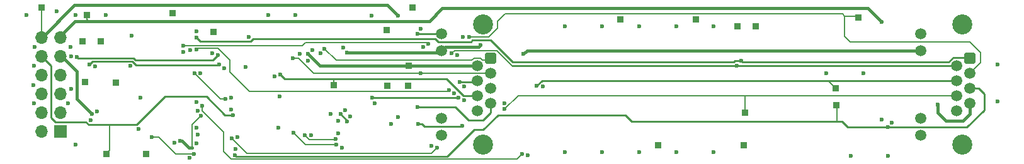
<source format=gbr>
%TF.GenerationSoftware,KiCad,Pcbnew,8.0.1*%
%TF.CreationDate,2024-07-22T07:52:40-07:00*%
%TF.ProjectId,PMOD_differential_driver,504d4f44-5f64-4696-9666-6572656e7469,1*%
%TF.SameCoordinates,Original*%
%TF.FileFunction,Copper,L4,Bot*%
%TF.FilePolarity,Positive*%
%FSLAX46Y46*%
G04 Gerber Fmt 4.6, Leading zero omitted, Abs format (unit mm)*
G04 Created by KiCad (PCBNEW 8.0.1) date 2024-07-22 07:52:40*
%MOMM*%
%LPD*%
G01*
G04 APERTURE LIST*
G04 Aperture macros list*
%AMRoundRect*
0 Rectangle with rounded corners*
0 $1 Rounding radius*
0 $2 $3 $4 $5 $6 $7 $8 $9 X,Y pos of 4 corners*
0 Add a 4 corners polygon primitive as box body*
4,1,4,$2,$3,$4,$5,$6,$7,$8,$9,$2,$3,0*
0 Add four circle primitives for the rounded corners*
1,1,$1+$1,$2,$3*
1,1,$1+$1,$4,$5*
1,1,$1+$1,$6,$7*
1,1,$1+$1,$8,$9*
0 Add four rect primitives between the rounded corners*
20,1,$1+$1,$2,$3,$4,$5,0*
20,1,$1+$1,$4,$5,$6,$7,0*
20,1,$1+$1,$6,$7,$8,$9,0*
20,1,$1+$1,$8,$9,$2,$3,0*%
G04 Aperture macros list end*
%TA.AperFunction,ComponentPad*%
%ADD10R,0.850000X0.850000*%
%TD*%
%TA.AperFunction,ComponentPad*%
%ADD11RoundRect,0.250000X0.500000X-0.500000X0.500000X0.500000X-0.500000X0.500000X-0.500000X-0.500000X0*%
%TD*%
%TA.AperFunction,ComponentPad*%
%ADD12C,1.500000*%
%TD*%
%TA.AperFunction,ComponentPad*%
%ADD13C,2.700000*%
%TD*%
%TA.AperFunction,ComponentPad*%
%ADD14R,1.700000X1.700000*%
%TD*%
%TA.AperFunction,ComponentPad*%
%ADD15O,1.700000X1.700000*%
%TD*%
%TA.AperFunction,ViaPad*%
%ADD16C,0.600000*%
%TD*%
%TA.AperFunction,Conductor*%
%ADD17C,0.254000*%
%TD*%
%TA.AperFunction,Conductor*%
%ADD18C,0.127000*%
%TD*%
%TA.AperFunction,Conductor*%
%ADD19C,0.400000*%
%TD*%
G04 APERTURE END LIST*
D10*
%TO.P,TP19,1,1*%
%TO.N,/SPI2_SDI*%
X128117600Y-62738000D03*
%TD*%
%TO.P,TP13,1,1*%
%TO.N,/SPI1_~{CS}*%
X120142000Y-58166000D03*
%TD*%
%TO.P,TP15,1,1*%
%TO.N,/SPI1_SDI*%
X143256000Y-61468000D03*
%TD*%
%TO.P,TP10,1,1*%
%TO.N,/SPI2_SCK_1*%
X226923600Y-69088000D03*
%TD*%
%TO.P,TP26,1,1*%
%TO.N,GND*%
X208076800Y-59791600D03*
%TD*%
%TO.P,TP17,1,1*%
%TO.N,/SPI2_~{CS}*%
X126238000Y-59182000D03*
%TD*%
%TO.P,TP25,1,1*%
%TO.N,GND*%
X214553800Y-76784200D03*
%TD*%
%TO.P,TP1,1,1*%
%TO.N,/SPI1_SDI_A*%
X166497000Y-61188600D03*
%TD*%
D11*
%TO.P,J2,1*%
%TO.N,/SPI1_SDI_A*%
X180469933Y-65009998D03*
D12*
%TO.P,J2,2*%
%TO.N,/SPI1_SDI_B*%
X178689933Y-66029998D03*
%TO.P,J2,3*%
%TO.N,/SPI1_SDO_Z*%
X180469933Y-67049998D03*
%TO.P,J2,4*%
%TO.N,/SPI1_SCK_1*%
X178689933Y-68069998D03*
%TO.P,J2,5*%
%TO.N,/SPI1_SCK_2*%
X180469933Y-69089998D03*
%TO.P,J2,6*%
%TO.N,/SPI1_SDO_Y*%
X178689933Y-70109998D03*
%TO.P,J2,7*%
%TO.N,Net-(J2-Pad7)*%
X180469933Y-71129998D03*
%TO.P,J2,8*%
%TO.N,Net-(J2-Pad8)*%
X178689933Y-72149998D03*
%TO.P,J2,9*%
%TO.N,Net-(J2-Pad9)*%
X173869933Y-61719998D03*
%TO.P,J2,10*%
%TO.N,+3V3*%
X173869933Y-64009998D03*
%TO.P,J2,11*%
%TO.N,GND*%
X173869933Y-73149998D03*
%TO.P,J2,12*%
%TO.N,Net-(J2-Pad12)*%
X173869933Y-75439998D03*
D13*
%TO.P,J2,SH*%
%TO.N,GND*%
X179449933Y-60449998D03*
X179449933Y-76709998D03*
%TD*%
D10*
%TO.P,TP4,1,1*%
%TO.N,/SPI1_SCK_1*%
X166598600Y-68732400D03*
%TD*%
%TO.P,TP3,1,1*%
%TO.N,/SPI1_SDO_Z*%
X169392600Y-68757800D03*
%TD*%
%TO.P,TP18,1,1*%
%TO.N,/SPI2_SCK*%
X125653800Y-62738000D03*
%TD*%
%TO.P,TP24,1,1*%
%TO.N,GND*%
X202971400Y-76784200D03*
%TD*%
%TO.P,TP5,1,1*%
%TO.N,/SPI1_SCK_2*%
X197967600Y-59791600D03*
%TD*%
%TO.P,TP12,1,1*%
%TO.N,/SPI2_SDO_Y*%
X214655400Y-72415400D03*
%TD*%
%TO.P,TP9,1,1*%
%TO.N,/SPI2_SDO_Z*%
X229895400Y-59563000D03*
%TD*%
D14*
%TO.P,J1,1,Pin_1*%
%TO.N,+3V3*%
X122632600Y-74930000D03*
D15*
%TO.P,J1,2,Pin_2*%
%TO.N,GND*%
X122632600Y-72390000D03*
%TO.P,J1,3,Pin_3*%
%TO.N,/SPI2_SDO*%
X122632600Y-69850000D03*
%TO.P,J1,4,Pin_4*%
%TO.N,/SPI2_SDI*%
X122632600Y-67310000D03*
%TO.P,J1,5,Pin_5*%
%TO.N,/SPI2_SCK*%
X122632600Y-64770000D03*
%TO.P,J1,6,Pin_6*%
%TO.N,/SPI2_~{CS}*%
X122632600Y-62230000D03*
%TO.P,J1,7,Pin_7*%
%TO.N,+3V3*%
X120092600Y-74930000D03*
%TO.P,J1,8,Pin_8*%
%TO.N,GND*%
X120092600Y-72390000D03*
%TO.P,J1,9,Pin_9*%
%TO.N,/SPI1_SDO*%
X120092600Y-69850000D03*
%TO.P,J1,10,Pin_10*%
%TO.N,/SPI1_SDI*%
X120092600Y-67310000D03*
%TO.P,J1,11,Pin_11*%
%TO.N,/SPI1_SCK*%
X120092600Y-64770000D03*
%TO.P,J1,12,Pin_12*%
%TO.N,/SPI1_~{CS}*%
X120092600Y-62230000D03*
%TD*%
D10*
%TO.P,TP2,1,1*%
%TO.N,/SPI1_SDI_B*%
X169443400Y-66065400D03*
%TD*%
%TO.P,TP21,1,1*%
%TO.N,GND*%
X137693400Y-58928000D03*
%TD*%
%TO.P,TP7,1,1*%
%TO.N,/SPI2_SDI_A*%
X216154000Y-60731400D03*
%TD*%
%TO.P,TP14,1,1*%
%TO.N,/SPI1_SCK*%
X128803400Y-78003400D03*
%TD*%
%TO.P,TP6,1,1*%
%TO.N,/SPI1_SDO_Y*%
X159435800Y-68707000D03*
%TD*%
%TO.P,TP23,1,1*%
%TO.N,GND*%
X169951400Y-58191400D03*
%TD*%
%TO.P,TP8,1,1*%
%TO.N,/SPI2_SDI_B*%
X213639400Y-60731400D03*
%TD*%
%TO.P,TP16,1,1*%
%TO.N,/SPI1_SDO*%
X125933200Y-68275200D03*
%TD*%
D11*
%TO.P,J3,1*%
%TO.N,/SPI2_SDI_A*%
X244916000Y-65009997D03*
D12*
%TO.P,J3,2*%
%TO.N,/SPI2_SDI_B*%
X243136000Y-66029997D03*
%TO.P,J3,3*%
%TO.N,/SPI2_SDO_Z*%
X244916000Y-67049997D03*
%TO.P,J3,4*%
%TO.N,/SPI2_SCK_1*%
X243136000Y-68069997D03*
%TO.P,J3,5*%
%TO.N,/SPI2_SCK_2*%
X244916000Y-69089997D03*
%TO.P,J3,6*%
%TO.N,/SPI2_SDO_Y*%
X243136000Y-70109998D03*
%TO.P,J3,7*%
%TO.N,Net-(J3-Pad7)*%
X244916000Y-71129998D03*
%TO.P,J3,8*%
%TO.N,Net-(J3-Pad8)*%
X243136000Y-72149996D03*
%TO.P,J3,9*%
%TO.N,Net-(J3-Pad9)*%
X238316000Y-61719997D03*
%TO.P,J3,10*%
%TO.N,+3V3*%
X238316000Y-64009997D03*
%TO.P,J3,11*%
%TO.N,GND*%
X238316000Y-73149997D03*
%TO.P,J3,12*%
%TO.N,Net-(J3-Pad12)*%
X238316000Y-75439997D03*
D13*
%TO.P,J3,SH*%
%TO.N,GND*%
X243896000Y-60449997D03*
X243896000Y-76709997D03*
%TD*%
D10*
%TO.P,TP22,1,1*%
%TO.N,GND*%
X134188200Y-77978000D03*
%TD*%
%TO.P,TP20,1,1*%
%TO.N,/SPI2_SDO*%
X130149600Y-68300600D03*
%TD*%
%TO.P,TP11,1,1*%
%TO.N,/SPI2_SCK_2*%
X226949000Y-71374000D03*
%TD*%
D16*
%TO.N,/SPI1_SCK*%
X145897600Y-72745600D03*
%TO.N,+3V3*%
X161163000Y-64262000D03*
X179095400Y-63238000D03*
X184912000Y-64473200D03*
%TO.N,/SPI2_SCK*%
X126873000Y-72593200D03*
%TO.N,Net-(J2-Pad7)*%
X170662600Y-71653400D03*
%TO.N,/SPI1_SDO_Z*%
X153924000Y-64998600D03*
X171094400Y-67049998D03*
%TO.N,/SPI1_SCK_1*%
X176199800Y-70358000D03*
X164592000Y-70408800D03*
X176326800Y-68249800D03*
%TO.N,Net-(J2-Pad8)*%
X170764200Y-73888600D03*
X176664465Y-74175465D03*
%TO.N,Net-(J2-Pad9)*%
X170637200Y-61722000D03*
%TO.N,/SPI1_SDI_A*%
X158164656Y-63755144D03*
%TO.N,GND*%
X210500000Y-77724000D03*
X133172200Y-74625200D03*
X157599344Y-64321207D03*
X234451261Y-73735997D03*
X160919194Y-72058100D03*
X151942800Y-74396600D03*
X159987400Y-75209400D03*
X119075200Y-66065400D03*
X233934000Y-78232000D03*
X155903006Y-65380367D03*
X151447734Y-67514699D03*
X123977400Y-63474600D03*
X146474508Y-75692503D03*
X122174000Y-58674000D03*
X205500000Y-77724000D03*
X147574000Y-66217800D03*
X200500000Y-77724000D03*
X230632000Y-67056000D03*
X132207000Y-62026800D03*
X144642510Y-66354099D03*
X182364000Y-71132797D03*
X140952211Y-74415362D03*
X119049800Y-68656200D03*
X152120600Y-70180200D03*
X143052800Y-64363600D03*
X176771397Y-62169997D03*
X123698000Y-71094600D03*
X145639306Y-70349779D03*
X141144907Y-75389064D03*
X132054600Y-66090800D03*
X133426200Y-70383400D03*
X146174906Y-77324844D03*
X154254200Y-59182000D03*
X190500000Y-77724000D03*
X119100600Y-71145400D03*
X154832907Y-64470921D03*
X159020736Y-72613168D03*
X159994600Y-73482200D03*
X156550348Y-63957624D03*
X176000131Y-64621306D03*
X147980400Y-62128400D03*
X248666000Y-65866000D03*
X171086427Y-61060034D03*
X141092966Y-72169849D03*
X141464193Y-67057222D03*
X150622000Y-59182000D03*
X145600487Y-72002816D03*
X195500000Y-77724000D03*
X210500000Y-60706000D03*
X119151400Y-63550800D03*
X175590200Y-69773800D03*
X124079000Y-69164200D03*
X176963386Y-70736999D03*
X228934000Y-78232000D03*
X160470163Y-77153700D03*
X248666000Y-70866000D03*
X168021000Y-72974200D03*
X124714000Y-59182000D03*
X161636685Y-72933875D03*
X124071879Y-64778108D03*
X176914873Y-68876800D03*
X137997497Y-76443000D03*
X233045000Y-73304400D03*
X200500000Y-60706000D03*
X225632000Y-67056000D03*
X185515901Y-78198942D03*
X167108603Y-73911997D03*
X118110000Y-59182000D03*
X140122169Y-63949297D03*
X164899693Y-71147264D03*
X172532025Y-76930636D03*
X140023313Y-78518287D03*
X140921844Y-70994831D03*
X139192000Y-64185800D03*
X171444854Y-63522234D03*
X127352676Y-66116836D03*
X195500000Y-60706000D03*
X164465000Y-59309000D03*
X205500000Y-60706000D03*
X128778000Y-59182000D03*
X140935200Y-61404597D03*
X140914430Y-76584830D03*
X160653740Y-63563721D03*
X124675900Y-76746100D03*
X126695200Y-73406000D03*
X187501500Y-68858412D03*
X190500000Y-60706000D03*
X127584200Y-72212200D03*
X156327349Y-75447432D03*
%TO.N,/SPI1_SDO_Y*%
X152196800Y-67233800D03*
%TO.N,/SPI1_SDI_B*%
X155918982Y-64448929D03*
%TO.N,/SPI1_SDO*%
X126585093Y-65891400D03*
X143992600Y-65887600D03*
%TO.N,/SPI1_SDI*%
X124866400Y-64871600D03*
X143840200Y-64592200D03*
%TO.N,/SPI1_~{CS}*%
X168046400Y-59258200D03*
%TO.N,/SPI2_~{CS}*%
X233095800Y-60147200D03*
%TO.N,/SPI2_SCK_Y*%
X141564445Y-72816155D03*
X138758803Y-76198603D03*
%TO.N,/SPI2_SCK_Z*%
X134899400Y-75666600D03*
X140589000Y-77952600D03*
%TO.N,/SPI2_SDI_B*%
X174920623Y-69335999D03*
X140935200Y-63893645D03*
X175234600Y-64389000D03*
X213614000Y-66029997D03*
%TO.N,/SPI2_SDI_A*%
X214202900Y-65402997D03*
X140935200Y-62204600D03*
%TO.N,Net-(J3-Pad7)*%
X240614200Y-71299997D03*
%TO.N,/SPI2_SDO_Z*%
X177571400Y-62169997D03*
X139192000Y-63385797D03*
X172135800Y-63119000D03*
%TO.N,/SPI2_SDO_Y*%
X182364000Y-71932800D03*
X144872356Y-70577356D03*
X173304200Y-77139800D03*
X145694400Y-75869800D03*
X140665200Y-67097400D03*
%TO.N,/SPI1_SCK_Z*%
X159718428Y-76745927D03*
X153949400Y-75133200D03*
%TO.N,/SPI1_SCK_Y*%
X159677701Y-75946962D03*
X155515303Y-75432296D03*
%TO.N,/SPI1_SCK_B*%
X160324800Y-72593200D03*
X161218500Y-73615876D03*
%TO.N,/SPI2_SCK_1*%
X186690000Y-68783200D03*
X141732000Y-71450200D03*
X184734200Y-78028800D03*
%TO.N,/SPI2_SCK_2*%
X146075400Y-78122500D03*
X233934000Y-74362997D03*
%TD*%
D17*
%TO.N,/SPI1_SCK*%
X126435488Y-74033000D02*
X126068200Y-73665712D01*
X142265400Y-70231000D02*
X136679688Y-70231000D01*
X126068200Y-73665712D02*
X122001912Y-73665712D01*
X132877688Y-74033000D02*
X129286000Y-74033000D01*
X122001912Y-73665712D02*
X121386600Y-73050400D01*
X121386600Y-66064000D02*
X120092600Y-64770000D01*
D18*
X128803400Y-78003400D02*
X129286000Y-77520800D01*
D17*
X144780000Y-72745600D02*
X142265400Y-70231000D01*
D18*
X129286000Y-77520800D02*
X129286000Y-74033000D01*
D17*
X145897600Y-72745600D02*
X144780000Y-72745600D01*
X136679688Y-70231000D02*
X132877688Y-74033000D01*
X129286000Y-74033000D02*
X126435488Y-74033000D01*
X121386600Y-73050400D02*
X121386600Y-66064000D01*
D19*
%TO.N,+3V3*%
X185375203Y-64009997D02*
X238316000Y-64009997D01*
X161163000Y-64262000D02*
X173617932Y-64262000D01*
X184912000Y-64473200D02*
X185375203Y-64009997D01*
X178838544Y-63494856D02*
X179095400Y-63238000D01*
X173617932Y-64262000D02*
X174385076Y-63494856D01*
X174385076Y-63494856D02*
X178838544Y-63494856D01*
%TO.N,/SPI2_SCK*%
X124841000Y-66776600D02*
X124841000Y-70561200D01*
X122490000Y-64770000D02*
X122834400Y-64770000D01*
X122834400Y-64770000D02*
X124841000Y-66776600D01*
X124841000Y-70561200D02*
X126873000Y-72593200D01*
D17*
%TO.N,Net-(J2-Pad7)*%
X170662600Y-71653400D02*
X175768000Y-71653400D01*
X179476400Y-73406000D02*
X180469934Y-72412466D01*
X180469934Y-72412466D02*
X180469934Y-71129998D01*
X177520600Y-73406000D02*
X179476400Y-73406000D01*
X175768000Y-71653400D02*
X177520600Y-73406000D01*
D18*
%TO.N,/SPI1_SDO_Z*%
X171094400Y-67049998D02*
X180469933Y-67049998D01*
X171094400Y-67049998D02*
X156686598Y-67049998D01*
X156686598Y-67049998D02*
X154635200Y-64998600D01*
X154635200Y-64998600D02*
X153924000Y-64998600D01*
D17*
%TO.N,/SPI1_SCK_1*%
X164592000Y-70408800D02*
X176149000Y-70408800D01*
X176326800Y-68249800D02*
X178510131Y-68249800D01*
X176149000Y-70408800D02*
X176199800Y-70358000D01*
X178510131Y-68249800D02*
X178689933Y-68069998D01*
%TO.N,Net-(J2-Pad8)*%
X171221400Y-73888600D02*
X170764200Y-73888600D01*
X171627800Y-74295000D02*
X171221400Y-73888600D01*
X176664465Y-74175465D02*
X176544930Y-74295000D01*
X176544930Y-74295000D02*
X171627800Y-74295000D01*
%TO.N,Net-(J2-Pad9)*%
X170637200Y-61722000D02*
X170992800Y-61722000D01*
X170994803Y-61719997D02*
X173869933Y-61719997D01*
X170992800Y-61722000D02*
X170994803Y-61719997D01*
D18*
%TO.N,/SPI1_SDI_A*%
X179422041Y-65328800D02*
X180151131Y-65328800D01*
X177957825Y-65328800D02*
X178270127Y-65016498D01*
X158164656Y-63755144D02*
X159738312Y-65328800D01*
X159738312Y-65328800D02*
X177957825Y-65328800D01*
X180151131Y-65328800D02*
X180469933Y-65009998D01*
X178270127Y-65016498D02*
X179109739Y-65016498D01*
X179109739Y-65016498D02*
X179422041Y-65328800D01*
D17*
%TO.N,/SPI1_SDO_Y*%
X152781000Y-67818000D02*
X159435800Y-67818000D01*
X176434112Y-69731000D02*
X176459512Y-69731000D01*
X176826800Y-70109999D02*
X178689933Y-70109999D01*
X176826800Y-70098288D02*
X176826800Y-70109999D01*
D18*
X159435800Y-68707000D02*
X159435800Y-67818000D01*
D17*
X159435800Y-67818000D02*
X174521112Y-67818000D01*
X176459512Y-69731000D02*
X176826800Y-70098288D01*
X152196800Y-67233800D02*
X152781000Y-67818000D01*
X174521112Y-67818000D02*
X176434112Y-69731000D01*
D19*
%TO.N,/SPI1_SDI_B*%
X157542587Y-66029998D02*
X178689932Y-66029998D01*
X155961518Y-64448929D02*
X157542587Y-66029998D01*
X155918982Y-64448929D02*
X155961518Y-64448929D01*
D17*
%TO.N,/SPI1_SDO*%
X128168400Y-65463800D02*
X132314312Y-65463800D01*
X132314312Y-65463800D02*
X132788912Y-65938400D01*
X132788912Y-65938400D02*
X143941800Y-65938400D01*
X127012693Y-65463800D02*
X128168400Y-65463800D01*
X143941800Y-65938400D02*
X143992600Y-65887600D01*
X126585093Y-65891400D02*
X127012693Y-65463800D01*
%TO.N,/SPI1_SDI*%
X143840200Y-64592200D02*
X143154400Y-65278000D01*
X125004600Y-65009800D02*
X124866400Y-64871600D01*
X132502364Y-65009800D02*
X125004600Y-65009800D01*
X143154400Y-65278000D02*
X132770564Y-65278000D01*
X132770564Y-65278000D02*
X132502364Y-65009800D01*
D19*
%TO.N,/SPI1_~{CS}*%
X124547400Y-57850000D02*
X120167400Y-62230000D01*
X166638200Y-57850000D02*
X124547400Y-57850000D01*
D18*
X120092600Y-62230000D02*
X120092600Y-58215400D01*
X120092600Y-58215400D02*
X120142000Y-58166000D01*
D19*
X168046400Y-59258200D02*
X166638200Y-57850000D01*
D18*
%TO.N,/SPI2_~{CS}*%
X126238000Y-59766200D02*
X126238000Y-59182000D01*
D19*
X122490000Y-62230000D02*
X122490000Y-62142600D01*
D18*
X126746000Y-60020200D02*
X126492000Y-60020200D01*
D19*
X172262800Y-60020200D02*
X173990000Y-58293000D01*
X122490000Y-62142600D02*
X124612400Y-60020200D01*
X173990000Y-58293000D02*
X231241600Y-58293000D01*
X126746000Y-60020200D02*
X172262800Y-60020200D01*
D18*
X126492000Y-60020200D02*
X126238000Y-59766200D01*
D19*
X231241600Y-58293000D02*
X233095800Y-60147200D01*
X124612400Y-60020200D02*
X126746000Y-60020200D01*
%TO.N,/SPI2_SCK_Y*%
X138758803Y-76198603D02*
X139012803Y-76198603D01*
X139012803Y-76198603D02*
X139968097Y-77153897D01*
D18*
X141564445Y-72816155D02*
X140349097Y-74031503D01*
D19*
X139968097Y-77153897D02*
X140349097Y-77153897D01*
D18*
X140349097Y-74031503D02*
X140349097Y-77153897D01*
%TO.N,/SPI2_SCK_Z*%
X138150600Y-77952600D02*
X140589000Y-77952600D01*
X134899400Y-75666600D02*
X135864600Y-75666600D01*
X135864600Y-75666600D02*
X138150600Y-77952600D01*
%TO.N,/SPI2_SDI_B*%
X141151045Y-63677800D02*
X143865600Y-63677800D01*
X145465800Y-65278000D02*
X145465800Y-66924200D01*
X175234600Y-64389000D02*
X175627102Y-63996498D01*
X181351048Y-63996498D02*
X183384547Y-66029997D01*
X174716232Y-69540390D02*
X174920623Y-69335999D01*
D17*
X213614000Y-66029997D02*
X243136000Y-66029997D01*
D18*
X140935200Y-63893645D02*
X141151045Y-63677800D01*
D17*
X183384547Y-66029997D02*
X213614000Y-66029997D01*
D18*
X148081990Y-69540390D02*
X174716232Y-69540390D01*
X175627102Y-63996498D02*
X181351048Y-63996498D01*
X143865600Y-63677800D02*
X145465800Y-65278000D01*
X145465800Y-66924200D02*
X148081990Y-69540390D01*
D17*
%TO.N,/SPI2_SDI_A*%
X148240112Y-62755400D02*
X141486000Y-62755400D01*
X141486000Y-62755400D02*
X140935200Y-62204600D01*
X214202900Y-65402997D02*
X213354288Y-65402997D01*
X242066891Y-65575997D02*
X242689891Y-64952997D01*
X178017109Y-62611000D02*
X177831112Y-62796997D01*
X177831112Y-62796997D02*
X173423824Y-62796997D01*
X213181288Y-65575997D02*
X183482797Y-65575997D01*
X173060027Y-62433200D02*
X148562312Y-62433200D01*
X173423824Y-62796997D02*
X173060027Y-62433200D01*
X214202900Y-65402997D02*
X214375900Y-65575997D01*
X183482797Y-65575997D02*
X180517800Y-62611000D01*
X148562312Y-62433200D02*
X148240112Y-62755400D01*
X180517800Y-62611000D02*
X178017109Y-62611000D01*
X242689891Y-64952997D02*
X244859000Y-64952997D01*
X244859000Y-64952997D02*
X244916000Y-65009997D01*
X213354288Y-65402997D02*
X213181288Y-65575997D01*
X214375900Y-65575997D02*
X242066891Y-65575997D01*
D19*
%TO.N,Net-(J3-Pad7)*%
X244017800Y-73482200D02*
X244916000Y-72584000D01*
X244916000Y-72584000D02*
X244916000Y-71129998D01*
X241681000Y-73482200D02*
X244017800Y-73482200D01*
X240614200Y-71299997D02*
X240614200Y-72415400D01*
X240614200Y-72415400D02*
X241681000Y-73482200D01*
D18*
%TO.N,/SPI2_SDO_Z*%
X227778700Y-59046500D02*
X228066600Y-59334400D01*
X180222203Y-62169997D02*
X181432200Y-60960000D01*
X140504855Y-63330145D02*
X155201945Y-63330145D01*
X182447190Y-59046500D02*
X227778700Y-59046500D01*
X155201945Y-63330145D02*
X155603590Y-62928500D01*
X155603590Y-62928500D02*
X171945300Y-62928500D01*
X181432200Y-60960000D02*
X181432200Y-60061490D01*
X246329200Y-65636797D02*
X244916000Y-67049997D01*
X228828600Y-62865000D02*
X244906800Y-62865000D01*
X139192000Y-63385797D02*
X140449203Y-63385797D01*
X229666800Y-59334400D02*
X229895400Y-59563000D01*
X228066600Y-62103000D02*
X228828600Y-62865000D01*
X228066600Y-59334400D02*
X229666800Y-59334400D01*
X177571400Y-62169997D02*
X180222203Y-62169997D01*
X181432200Y-60061490D02*
X182447190Y-59046500D01*
X244906800Y-62865000D02*
X246329200Y-64287400D01*
X246329200Y-64287400D02*
X246329200Y-65636797D01*
X171945300Y-62928500D02*
X172135800Y-63119000D01*
X228066600Y-59334400D02*
X228066600Y-62103000D01*
X140449203Y-63385797D02*
X140504855Y-63330145D01*
%TO.N,/SPI2_SDO_Y*%
X184186802Y-70109998D02*
X214655400Y-70109998D01*
X184186802Y-70109998D02*
X182364000Y-71932800D01*
X144872356Y-70577356D02*
X144145156Y-70577356D01*
X214655400Y-70109998D02*
X243136000Y-70109998D01*
X144145156Y-70577356D02*
X140665200Y-67097400D01*
X147729600Y-77905000D02*
X145694400Y-75869800D01*
X172539000Y-77905000D02*
X147729600Y-77905000D01*
X173304200Y-77139800D02*
X172539000Y-77905000D01*
X214655400Y-72415400D02*
X214655400Y-70109998D01*
%TO.N,/SPI1_SCK_Z*%
X153949400Y-75133200D02*
X155562127Y-76745927D01*
X155562127Y-76745927D02*
X159718428Y-76745927D01*
%TO.N,/SPI1_SCK_Y*%
X159677701Y-75946962D02*
X159602463Y-76022200D01*
X156105207Y-76022200D02*
X155515303Y-75432296D01*
X159602463Y-76022200D02*
X156105207Y-76022200D01*
D17*
%TO.N,/SPI1_SCK_B*%
X160324800Y-72593200D02*
X161218500Y-73486900D01*
X161218500Y-73486900D02*
X161218500Y-73615876D01*
D18*
%TO.N,/SPI2_SCK_1*%
X144551400Y-77622400D02*
X144551400Y-75006200D01*
X225905597Y-68069997D02*
X221564200Y-68069997D01*
X184734200Y-78028800D02*
X184077000Y-78686000D01*
X145615000Y-78686000D02*
X144551400Y-77622400D01*
D17*
X186690000Y-68783200D02*
X187403203Y-68069997D01*
X187403203Y-68069997D02*
X221564200Y-68069997D01*
X243136000Y-68069997D02*
X221564200Y-68069997D01*
D18*
X184077000Y-78686000D02*
X145615000Y-78686000D01*
X144551400Y-75006200D02*
X141732000Y-72186800D01*
X226923600Y-69088000D02*
X225905597Y-68069997D01*
X141732000Y-72186800D02*
X141732000Y-71450200D01*
%TO.N,/SPI2_SCK_2*%
X227050600Y-71475600D02*
X226949000Y-71374000D01*
D17*
X198568800Y-72720200D02*
X199436600Y-73588000D01*
X246837200Y-69850000D02*
X246837200Y-72059800D01*
X246077197Y-69089997D02*
X246837200Y-69850000D01*
D18*
X227050600Y-73588000D02*
X227050600Y-71475600D01*
D17*
X179501800Y-74701400D02*
X181483000Y-72720200D01*
X244916000Y-69089997D02*
X246077197Y-69089997D01*
X178257200Y-74701400D02*
X179501800Y-74701400D01*
X199436600Y-73588000D02*
X227050600Y-73588000D01*
X228515597Y-74362997D02*
X227740600Y-73588000D01*
X227740600Y-73588000D02*
X227050600Y-73588000D01*
X233934000Y-74362997D02*
X228515597Y-74362997D01*
X174663100Y-78295500D02*
X178257200Y-74701400D01*
X181483000Y-72720200D02*
X198568800Y-72720200D01*
X244534003Y-74362997D02*
X233934000Y-74362997D01*
X246837200Y-72059800D02*
X244534003Y-74362997D01*
X146075400Y-78122500D02*
X146248400Y-78295500D01*
X146248400Y-78295500D02*
X174663100Y-78295500D01*
%TD*%
M02*

</source>
